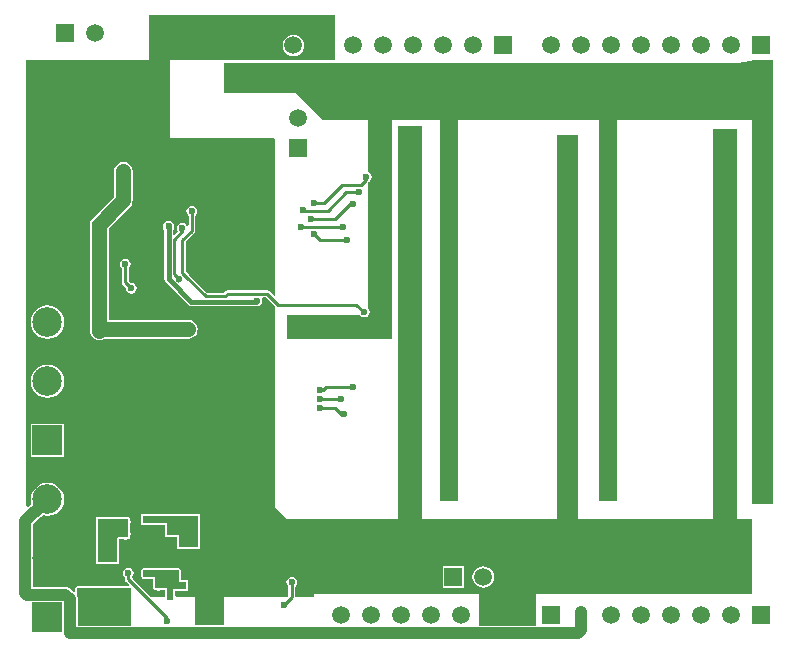
<source format=gbl>
G04*
G04 #@! TF.GenerationSoftware,Altium Limited,Altium Designer,18.0.11 (651)*
G04*
G04 Layer_Physical_Order=2*
G04 Layer_Color=16711680*
%FSLAX44Y44*%
%MOMM*%
G71*
G01*
G75*
%ADD13C,0.6000*%
%ADD46C,2.5000*%
%ADD47R,2.5000X2.5000*%
%ADD49C,0.2540*%
%ADD50C,0.5080*%
%ADD52C,0.7620*%
%ADD53C,1.0160*%
%ADD54C,1.2700*%
%ADD57C,0.3810*%
%ADD58C,1.5000*%
%ADD59R,1.5000X1.5000*%
%ADD60R,1.5000X1.5000*%
G36*
X274320Y520700D02*
Y495300D01*
X134620D01*
Y487680D01*
Y429260D01*
X222250D01*
X222347Y429357D01*
X223520Y428871D01*
Y296518D01*
X222347Y296032D01*
X218674Y299705D01*
X217749Y300323D01*
X216659Y300540D01*
X216659Y300539D01*
X183076D01*
X181986Y300323D01*
X181061Y299705D01*
X181061Y299705D01*
X179604Y298248D01*
X165521D01*
X150732Y313036D01*
X150666Y313370D01*
X150048Y314294D01*
X150048Y314294D01*
X147629Y316714D01*
Y341720D01*
X154824Y348916D01*
X154824Y348916D01*
X155442Y349840D01*
X155659Y350930D01*
Y363903D01*
X156072Y364178D01*
X157072Y365675D01*
X157423Y367440D01*
X157072Y369205D01*
X156072Y370702D01*
X154575Y371702D01*
X152810Y372053D01*
X151045Y371702D01*
X149548Y370702D01*
X148548Y369205D01*
X148197Y367440D01*
X148548Y365675D01*
X149548Y364178D01*
X149961Y363903D01*
Y355735D01*
X148691Y355349D01*
X148042Y356322D01*
X146545Y357322D01*
X144780Y357673D01*
X143015Y357322D01*
X141518Y356322D01*
X140519Y354825D01*
X140167Y353060D01*
X140519Y351295D01*
X140922Y350691D01*
X137664Y347433D01*
X136491Y347919D01*
Y351775D01*
X137256Y352920D01*
X137607Y354686D01*
X137256Y356451D01*
X136256Y357947D01*
X134760Y358947D01*
X132994Y359298D01*
X131229Y358947D01*
X129733Y357947D01*
X128733Y356451D01*
X128382Y354686D01*
X128733Y352920D01*
X129498Y351775D01*
Y310032D01*
X129764Y308694D01*
X130522Y307560D01*
X149854Y288228D01*
X150989Y287470D01*
X152327Y287204D01*
X206702D01*
X207502Y287363D01*
X207899Y287284D01*
X209664Y287635D01*
X211161Y288635D01*
X212160Y290132D01*
X212512Y291897D01*
X212178Y293572D01*
X212193Y293857D01*
X212719Y294842D01*
X215479D01*
X223520Y286801D01*
Y116840D01*
X233680Y106680D01*
X327660D01*
Y439420D01*
X347980D01*
Y106680D01*
X462280D01*
Y431800D01*
X480060D01*
Y106680D01*
X594360D01*
Y436880D01*
X614680D01*
Y106680D01*
X627380D01*
Y43180D01*
X444500D01*
X444500Y16821D01*
X396240D01*
X396240Y33020D01*
Y43180D01*
X256540D01*
Y40640D01*
X241271D01*
X240139Y41910D01*
Y43180D01*
Y49832D01*
X240552Y50107D01*
X241552Y51604D01*
X241903Y53369D01*
X241552Y55134D01*
X240552Y56631D01*
X239056Y57631D01*
X237290Y57982D01*
X235525Y57631D01*
X234029Y56631D01*
X233029Y55134D01*
X232678Y53369D01*
X233029Y51604D01*
X234029Y50107D01*
X234442Y49832D01*
Y43180D01*
Y42154D01*
X232928Y40640D01*
X180340Y40640D01*
Y17018D01*
X155194D01*
Y40640D01*
X139233D01*
X139233Y40640D01*
X138882Y42405D01*
X138828Y42485D01*
X138843Y45889D01*
X148042Y45889D01*
X149208Y46372D01*
X149691Y47538D01*
Y54062D01*
X149208Y55228D01*
X148042Y55711D01*
X143168D01*
X143168Y63500D01*
X142685Y64666D01*
X141518Y65150D01*
X136493D01*
X136385Y65222D01*
X134620Y65573D01*
X132855Y65222D01*
X132747Y65150D01*
X126333Y65150D01*
X126225Y65222D01*
X124460Y65573D01*
X122695Y65222D01*
X122587Y65150D01*
X116173D01*
X116065Y65222D01*
X114300Y65573D01*
X112535Y65222D01*
X112427Y65150D01*
X111760D01*
X110594Y64666D01*
X110110Y63500D01*
Y62833D01*
X110038Y62725D01*
X109687Y60960D01*
X110038Y59195D01*
X110110Y59087D01*
Y58596D01*
X110594Y57430D01*
X111492Y56532D01*
X112658Y56049D01*
X119549Y56049D01*
Y49530D01*
X120032Y48364D01*
X121302Y47094D01*
X122468Y46610D01*
X122587D01*
X122695Y46539D01*
X124460Y46187D01*
X126225Y46539D01*
X126333Y46610D01*
X130430D01*
Y42513D01*
X130358Y42405D01*
X130007Y40640D01*
X130007Y40640D01*
X118329D01*
X102604Y56364D01*
X102322Y57698D01*
X103322Y59195D01*
X103673Y60960D01*
X103322Y62725D01*
X102322Y64222D01*
X100825Y65222D01*
X99060Y65573D01*
X97295Y65222D01*
X95798Y64222D01*
X94798Y62725D01*
X94447Y60960D01*
X94798Y59195D01*
X95798Y57698D01*
X96211Y57422D01*
Y55880D01*
X96211Y55880D01*
X96428Y54790D01*
X97046Y53866D01*
X99339Y51572D01*
X99205Y50978D01*
X98829Y50287D01*
X97295Y49981D01*
X97187Y49910D01*
X55880D01*
X54714Y49426D01*
X54230Y48260D01*
Y45329D01*
X53057Y44843D01*
X50426Y47474D01*
X49046Y48533D01*
X47439Y49198D01*
X45715Y49425D01*
X45715Y49425D01*
X18037D01*
Y102597D01*
X22578Y107138D01*
X23396Y107477D01*
X24776Y108535D01*
X26407Y110167D01*
X26819Y109997D01*
X30480Y109515D01*
X34141Y109997D01*
X37552Y111410D01*
X40482Y113658D01*
X42730Y116587D01*
X44143Y119999D01*
X44625Y123660D01*
X44143Y127321D01*
X42730Y130732D01*
X40482Y133662D01*
X37552Y135910D01*
X34141Y137323D01*
X30480Y137805D01*
X26819Y137323D01*
X23407Y135910D01*
X20478Y133662D01*
X18230Y130732D01*
X16817Y127321D01*
X16335Y123660D01*
X16817Y119999D01*
X16987Y119587D01*
X16753Y119353D01*
X15935Y119014D01*
X14555Y117956D01*
X14555Y117955D01*
X13873Y117273D01*
X12700Y117759D01*
X12700Y495388D01*
X74905Y495783D01*
X75387Y495300D01*
X116840D01*
Y533400D01*
X274320D01*
Y520700D01*
D02*
G37*
G36*
X645160Y119380D02*
X627380D01*
Y444500D01*
X513080D01*
Y121920D01*
X497840D01*
Y444500D01*
X378460D01*
Y121920D01*
X363220D01*
Y444500D01*
X322580D01*
X322580Y259080D01*
X233680D01*
Y279400D01*
X295390D01*
X295598Y279088D01*
X297095Y278088D01*
X298860Y277737D01*
X300625Y278088D01*
X302122Y279088D01*
X303121Y280585D01*
X303473Y282350D01*
X303121Y284115D01*
X302260Y285404D01*
Y392169D01*
X302594Y392669D01*
X303747Y393439D01*
X304747Y394936D01*
X305098Y396701D01*
X304747Y398466D01*
X303747Y399962D01*
X302260Y400956D01*
Y444500D01*
X264160D01*
X241300Y467360D01*
X180340D01*
Y492760D01*
X615103D01*
X629920Y495300D01*
X645160D01*
Y119380D01*
D02*
G37*
G36*
X141518Y54062D02*
X148042D01*
Y47538D01*
X137200Y47538D01*
X137160Y38100D01*
X132080D01*
Y48260D01*
X122468D01*
X121198Y49530D01*
Y57698D01*
X112658Y57698D01*
X111760Y58596D01*
X111760Y63500D01*
X141518Y63500D01*
X141518Y54062D01*
D02*
G37*
G36*
X101600Y16821D02*
X56245D01*
Y38895D01*
X56245Y38896D01*
X56018Y40620D01*
X55880Y40953D01*
Y48260D01*
X101600D01*
Y16821D01*
D02*
G37*
%LPC*%
G36*
X238760Y517102D02*
X236404Y516792D01*
X234209Y515882D01*
X232324Y514436D01*
X230878Y512551D01*
X229968Y510356D01*
X229658Y508000D01*
X229968Y505644D01*
X230878Y503449D01*
X232324Y501564D01*
X234209Y500118D01*
X236404Y499208D01*
X238760Y498898D01*
X241116Y499208D01*
X243311Y500118D01*
X245196Y501564D01*
X246642Y503449D01*
X247552Y505644D01*
X247862Y508000D01*
X247552Y510356D01*
X246642Y512551D01*
X245196Y514436D01*
X243311Y515882D01*
X241116Y516792D01*
X238760Y517102D01*
D02*
G37*
G36*
X96520Y327193D02*
X94755Y326842D01*
X93258Y325842D01*
X92259Y324345D01*
X91907Y322580D01*
X92259Y320815D01*
X93258Y319318D01*
X93671Y319042D01*
Y307340D01*
X93671Y307340D01*
X93888Y306250D01*
X94506Y305326D01*
X97084Y302747D01*
X96987Y302260D01*
X97338Y300495D01*
X98338Y298998D01*
X99835Y297999D01*
X101600Y297647D01*
X103365Y297999D01*
X104862Y298998D01*
X105862Y300495D01*
X106213Y302260D01*
X105862Y304025D01*
X104862Y305522D01*
X103365Y306521D01*
X101600Y306873D01*
X101113Y306776D01*
X99369Y308520D01*
Y319042D01*
X99782Y319318D01*
X100781Y320815D01*
X101133Y322580D01*
X100781Y324345D01*
X99782Y325842D01*
X98285Y326842D01*
X96520Y327193D01*
D02*
G37*
G36*
X94818Y409262D02*
X92763Y408991D01*
X90847Y408198D01*
X89202Y406936D01*
X87940Y405291D01*
X87147Y403376D01*
X86876Y401320D01*
Y390525D01*
Y380048D01*
X84084Y377256D01*
X68730Y361902D01*
X67468Y360257D01*
X66674Y358341D01*
X66404Y356286D01*
X66404Y356286D01*
Y266598D01*
X66674Y264543D01*
X67468Y262627D01*
X68730Y260983D01*
X70375Y259720D01*
X72290Y258927D01*
X74346Y258657D01*
X76401Y258927D01*
X78317Y259720D01*
X78340Y259738D01*
X139394D01*
X139700Y259698D01*
X140006Y259738D01*
X149860D01*
X151916Y260009D01*
X153831Y260802D01*
X155476Y262064D01*
X156738Y263709D01*
X157531Y265625D01*
X157802Y267680D01*
X157531Y269736D01*
X156738Y271651D01*
X155476Y273296D01*
X153831Y274558D01*
X151916Y275351D01*
X149860Y275622D01*
X139740D01*
X139740Y275622D01*
X139740Y275622D01*
X82288D01*
Y352996D01*
X95316Y366024D01*
X100434Y371142D01*
X101696Y372787D01*
X102490Y374703D01*
X102760Y376758D01*
X102760Y376758D01*
Y390525D01*
Y401320D01*
X102490Y403376D01*
X101696Y405291D01*
X100434Y406936D01*
X98789Y408198D01*
X96874Y408991D01*
X94818Y409262D01*
D02*
G37*
G36*
X30480Y287805D02*
X26819Y287323D01*
X23407Y285910D01*
X20478Y283662D01*
X18230Y280732D01*
X16817Y277321D01*
X16335Y273660D01*
X16817Y269999D01*
X18230Y266587D01*
X20478Y263658D01*
X23407Y261410D01*
X26819Y259997D01*
X30480Y259515D01*
X34141Y259997D01*
X37552Y261410D01*
X40482Y263658D01*
X42730Y266587D01*
X44143Y269999D01*
X44625Y273660D01*
X44143Y277321D01*
X42730Y280732D01*
X40482Y283662D01*
X37552Y285910D01*
X34141Y287323D01*
X30480Y287805D01*
D02*
G37*
G36*
Y237805D02*
X26819Y237323D01*
X23407Y235910D01*
X20478Y233662D01*
X18230Y230732D01*
X16817Y227321D01*
X16335Y223660D01*
X16817Y219999D01*
X18230Y216588D01*
X20478Y213658D01*
X23407Y211410D01*
X26819Y209997D01*
X30480Y209515D01*
X34141Y209997D01*
X37552Y211410D01*
X40482Y213658D01*
X42730Y216588D01*
X44143Y219999D01*
X44625Y223660D01*
X44143Y227321D01*
X42730Y230732D01*
X40482Y233662D01*
X37552Y235910D01*
X34141Y237323D01*
X30480Y237805D01*
D02*
G37*
G36*
X44504Y187684D02*
X16456D01*
Y159636D01*
X44504D01*
Y187684D01*
D02*
G37*
G36*
X98761Y109051D02*
X72938D01*
X71772Y108568D01*
X71289Y107402D01*
Y70398D01*
X71772Y69232D01*
X72938Y68749D01*
X89622D01*
X90788Y69232D01*
X91271Y70398D01*
X91271Y89790D01*
X94647Y89790D01*
X94755Y89719D01*
X96520Y89367D01*
X98285Y89719D01*
X98393Y89790D01*
X99060D01*
X100226Y90274D01*
X100710Y91440D01*
Y92107D01*
X100781Y92215D01*
X101133Y93980D01*
X100781Y95745D01*
X100710Y95853D01*
Y102267D01*
X100781Y102375D01*
X101133Y104140D01*
X100781Y105905D01*
X100710Y106013D01*
Y106680D01*
X100584Y106983D01*
Y107311D01*
X100285Y108033D01*
X100053Y108265D01*
X99928Y108568D01*
X99624Y108694D01*
X99392Y108926D01*
X99064D01*
X98761Y109051D01*
D02*
G37*
G36*
X158202Y111591D02*
X111038D01*
X109872Y111108D01*
X109389Y109942D01*
Y103418D01*
X109872Y102252D01*
X111038Y101769D01*
X129709D01*
Y93258D01*
X130192Y92092D01*
X131358Y91609D01*
X139869D01*
Y83098D01*
X140352Y81932D01*
X141518Y81449D01*
X158202D01*
X159368Y81932D01*
X159851Y83098D01*
Y109942D01*
X159368Y111108D01*
X158202Y111591D01*
D02*
G37*
G36*
X383090Y66885D02*
X365042D01*
Y48837D01*
X383090D01*
Y66885D01*
D02*
G37*
G36*
X399466Y66963D02*
X397110Y66653D01*
X394915Y65744D01*
X393030Y64297D01*
X391583Y62412D01*
X390674Y60217D01*
X390364Y57861D01*
X390674Y55505D01*
X391583Y53310D01*
X393030Y51425D01*
X394915Y49979D01*
X397110Y49069D01*
X397510Y49017D01*
X399466Y48759D01*
X401822Y49069D01*
X404017Y49979D01*
X405902Y51425D01*
X407348Y53310D01*
X408257Y55505D01*
X408568Y57861D01*
X408257Y60217D01*
X407348Y62412D01*
X405902Y64297D01*
X404017Y65744D01*
X401822Y66653D01*
X399466Y66963D01*
D02*
G37*
%LPD*%
G36*
X99060Y106680D02*
Y91440D01*
X90343Y91440D01*
X89622Y90718D01*
X89622Y70398D01*
X72938D01*
Y107402D01*
X98761D01*
X99060Y106680D01*
D02*
G37*
G36*
X158202Y83098D02*
X141518D01*
Y93258D01*
X131358D01*
Y103418D01*
X111038D01*
Y109942D01*
X158202D01*
Y83098D01*
D02*
G37*
D13*
X115570Y354330D02*
D03*
X92710Y351790D02*
D03*
X100330Y336550D02*
D03*
X104140Y342900D02*
D03*
X96520D02*
D03*
X71120Y20320D02*
D03*
Y30480D02*
D03*
Y40640D02*
D03*
X99060Y45720D02*
D03*
X81280Y20320D02*
D03*
Y30480D02*
D03*
Y40640D02*
D03*
X91440D02*
D03*
Y30480D02*
D03*
Y20320D02*
D03*
X160020D02*
D03*
X175260Y27940D02*
D03*
X167640D02*
D03*
X160020D02*
D03*
X175260Y35560D02*
D03*
X167640D02*
D03*
X160020D02*
D03*
X86360Y73660D02*
D03*
X76200Y83820D02*
D03*
X114300Y60960D02*
D03*
X134620Y40640D02*
D03*
X124460Y50800D02*
D03*
Y60960D02*
D03*
X134620D02*
D03*
Y50800D02*
D03*
X144780D02*
D03*
X76200Y73660D02*
D03*
Y93980D02*
D03*
Y104140D02*
D03*
X96520D02*
D03*
X86360D02*
D03*
Y83820D02*
D03*
Y93980D02*
D03*
X96520D02*
D03*
X144780Y86360D02*
D03*
X154940D02*
D03*
Y96520D02*
D03*
X144780D02*
D03*
X134620D02*
D03*
X154940Y106680D02*
D03*
X144780D02*
D03*
X134620D02*
D03*
X124460D02*
D03*
X114300D02*
D03*
X131919Y20320D02*
D03*
X66040Y386080D02*
D03*
X149860Y267680D02*
D03*
X213360Y158120D02*
D03*
X261620Y200660D02*
D03*
Y208280D02*
D03*
X482600Y27940D02*
D03*
X101600Y302260D02*
D03*
X96520Y322580D02*
D03*
X71120Y355600D02*
D03*
X256058Y374275D02*
D03*
X99060Y60960D02*
D03*
X94785Y400515D02*
D03*
X139700Y267680D02*
D03*
X142240Y309880D02*
D03*
X508000Y154940D02*
D03*
X204724Y247396D02*
D03*
X173965Y158750D02*
D03*
X241300Y271780D02*
D03*
X373790Y150270D02*
D03*
X338230Y157890D02*
D03*
X373380Y287020D02*
D03*
X343310Y292510D02*
D03*
X371250Y416970D02*
D03*
X340770Y424590D02*
D03*
X508410Y419510D02*
D03*
X505870Y284890D02*
D03*
X472850Y292510D02*
D03*
X637950Y396650D02*
D03*
X640490Y284890D02*
D03*
Y150270D02*
D03*
X472850Y424590D02*
D03*
X475390Y160430D02*
D03*
X608555Y159345D02*
D03*
X607470Y292510D02*
D03*
Y427130D02*
D03*
X185420Y472440D02*
D03*
Y480060D02*
D03*
Y487680D02*
D03*
X193040D02*
D03*
Y480060D02*
D03*
Y472440D02*
D03*
X200660D02*
D03*
Y480060D02*
D03*
Y487680D02*
D03*
X298860Y282350D02*
D03*
X152810Y367440D02*
D03*
X230382Y34065D02*
D03*
X237290Y53369D02*
D03*
X300486Y396701D02*
D03*
X246917Y368481D02*
D03*
X294694Y383493D02*
D03*
X244907Y354406D02*
D03*
X89700Y371640D02*
D03*
X94818Y390525D02*
D03*
X106680Y434340D02*
D03*
X114300D02*
D03*
X121920D02*
D03*
X129540D02*
D03*
Y441960D02*
D03*
X121920D02*
D03*
X114300D02*
D03*
X106680D02*
D03*
X91440Y228600D02*
D03*
X99060D02*
D03*
X106680D02*
D03*
X114300D02*
D03*
X121920D02*
D03*
X129540D02*
D03*
Y236220D02*
D03*
X121920D02*
D03*
X114300D02*
D03*
X106680D02*
D03*
X99060D02*
D03*
X91440D02*
D03*
X144780Y353060D02*
D03*
X207899Y291897D02*
D03*
X132994Y354686D02*
D03*
X178384Y301193D02*
D03*
X205740Y335280D02*
D03*
Y342900D02*
D03*
Y350520D02*
D03*
Y358140D02*
D03*
Y365760D02*
D03*
Y373380D02*
D03*
Y381000D02*
D03*
X190500D02*
D03*
Y373380D02*
D03*
Y365760D02*
D03*
Y358140D02*
D03*
Y350520D02*
D03*
Y342900D02*
D03*
Y335280D02*
D03*
X198120D02*
D03*
Y342900D02*
D03*
Y350520D02*
D03*
X198120Y358140D02*
D03*
X198120Y365760D02*
D03*
Y373380D02*
D03*
Y381000D02*
D03*
X205740Y396240D02*
D03*
X198120D02*
D03*
X190500D02*
D03*
Y403860D02*
D03*
X198120D02*
D03*
X205740D02*
D03*
Y411480D02*
D03*
X198120D02*
D03*
X190500D02*
D03*
X155050Y335390D02*
D03*
X279400Y208280D02*
D03*
X289560Y373380D02*
D03*
X261620Y215900D02*
D03*
X254000Y360680D02*
D03*
X289560Y218440D02*
D03*
X284480Y342900D02*
D03*
X280670Y354330D02*
D03*
X256540Y347980D02*
D03*
X281940Y195580D02*
D03*
D46*
X30480Y73660D02*
D03*
Y123660D02*
D03*
Y223660D02*
D03*
Y273660D02*
D03*
D47*
Y23660D02*
D03*
Y173660D02*
D03*
D49*
X292100Y288290D02*
X298450Y281940D01*
X131919Y20320D02*
Y23021D01*
X99060Y55880D02*
X131919Y23021D01*
X141016Y308656D02*
Y311104D01*
X137693Y314427D02*
X141016Y311104D01*
X137693Y314427D02*
Y343433D01*
X216659Y297691D02*
X226060Y288290D01*
X180784Y295399D02*
X183076Y297691D01*
X216659D01*
X261620Y200660D02*
X274320D01*
X261620Y208280D02*
X279400D01*
X96520Y307340D02*
X101600Y302260D01*
X96520Y307340D02*
Y322580D01*
X246583Y367995D02*
X267691D01*
X246507Y368071D02*
X246583Y367995D01*
X279648Y389509D02*
X295656D01*
X264415Y374275D02*
X279648Y389509D01*
X256058Y374275D02*
X264415D01*
X99060Y55880D02*
Y60960D01*
X141016Y308656D02*
X142240Y309880D01*
X148034Y311706D02*
Y312280D01*
X144780Y315534D02*
X148034Y312280D01*
X144780Y315534D02*
Y342900D01*
X164341Y295399D02*
X180784D01*
X148034Y311706D02*
X164341Y295399D01*
X174041Y158826D02*
X175057D01*
X173965Y158750D02*
X174041Y158826D01*
X226060Y288290D02*
X292100D01*
X144780Y342900D02*
X152810Y350930D01*
Y367440D01*
X230382Y34065D02*
X237290Y40974D01*
X229972Y33655D02*
X230382Y34065D01*
X237290Y40974D02*
Y53369D01*
X300076Y393929D02*
Y396291D01*
X295656Y389509D02*
X300076Y393929D01*
X267691Y367995D02*
X283188Y383493D01*
X294694D01*
X74346Y266598D02*
X74498Y266751D01*
X137693Y343433D02*
X144780Y350520D01*
Y353060D01*
X287020Y373380D02*
X289560D01*
X261620Y215900D02*
X264160D01*
X266700Y218440D01*
X289560D01*
X254000Y360680D02*
X274320D01*
X287020Y373380D01*
X261620Y342900D02*
X284480D01*
X245110Y354330D02*
X280670D01*
X256540Y347980D02*
X261620Y342900D01*
X274320Y200660D02*
X279400Y195580D01*
X281940D01*
D50*
X212654Y158826D02*
X213360Y158120D01*
X175057Y158826D02*
X212654D01*
D52*
X74498Y266751D02*
X75387Y267640D01*
D53*
X13116Y42764D02*
X45715D01*
X11376Y44504D02*
X13116Y42764D01*
X11376Y44504D02*
Y105356D01*
X49584Y10160D02*
X480060D01*
X49584D02*
Y38896D01*
X45715Y42764D02*
X49584Y38896D01*
X11376Y105356D02*
X19266Y113245D01*
X20066D02*
X30480Y123660D01*
X19266Y113245D02*
X20066D01*
X482600Y12700D02*
Y27940D01*
X480060Y10160D02*
X482600Y12700D01*
D54*
X139700Y267640D02*
X139740Y267680D01*
X94818Y390525D02*
Y401320D01*
X139740Y267680D02*
X149860D01*
X139700D02*
X139740D01*
X75427D02*
X139700D01*
X74346Y266598D02*
Y356286D01*
X75387Y267640D02*
X75427Y267680D01*
X74346Y356286D02*
X89700Y371640D01*
X94818Y376758D02*
Y390525D01*
X89700Y371640D02*
X94818Y376758D01*
D57*
X132994Y310032D02*
X152327Y290700D01*
X132994Y310032D02*
Y354686D01*
X152327Y290700D02*
X206702D01*
X207899Y291897D01*
D58*
X508000Y25400D02*
D03*
X533400D02*
D03*
X558800D02*
D03*
X584200D02*
D03*
X609600D02*
D03*
X457200Y508000D02*
D03*
X482600D02*
D03*
X508000D02*
D03*
X533400D02*
D03*
X558800D02*
D03*
X584200D02*
D03*
X609600D02*
D03*
X238760D02*
D03*
X264160D02*
D03*
X289560D02*
D03*
X314960D02*
D03*
X340360D02*
D03*
X365760D02*
D03*
X391160D02*
D03*
X399466Y57861D02*
D03*
X71120Y518160D02*
D03*
X242392Y446684D02*
D03*
X431800Y25400D02*
D03*
X406400D02*
D03*
X381000D02*
D03*
X355600D02*
D03*
X330200D02*
D03*
X304800D02*
D03*
X279400D02*
D03*
D59*
X635000D02*
D03*
Y508000D02*
D03*
X416560D02*
D03*
X374066Y57861D02*
D03*
X45720Y518160D02*
D03*
X457200Y25400D02*
D03*
D60*
X242392Y421284D02*
D03*
M02*

</source>
